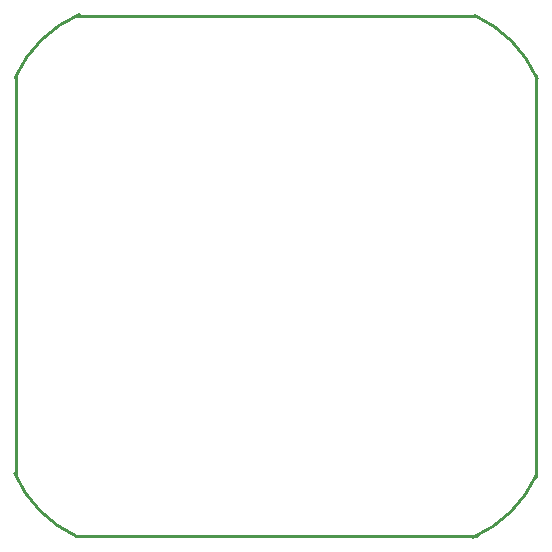
<source format=gko>
G04 Layer: BoardOutlineLayer*
G04 EasyEDA v6.5.42, 2024-06-19 17:53:58*
G04 0aa094f9eb354ad99160228faad6b286,7c1e8d740ba24e6f83eb2d53d3341807,10*
G04 Gerber Generator version 0.2*
G04 Scale: 100 percent, Rotated: No, Reflected: No *
G04 Dimensions in millimeters *
G04 leading zeros omitted , absolute positions ,4 integer and 5 decimal *
%FSLAX45Y45*%
%MOMM*%

%ADD10C,0.2540*%
D10*
X2200000Y1699999D02*
G01*
X2200000Y-1699999D01*
X1699999Y-2200000D02*
G01*
X-1699999Y-2200000D01*
X-1699999Y2200003D02*
G01*
X1699999Y2200003D01*
X-2200000Y-1699999D02*
G01*
X-2200000Y1699999D01*
G75*
G01*
X-2207209Y1681564D02*
G02*
X-1665968Y2214090I957211J-431564D01*
G75*
G01*
X-1684967Y-2205670D02*
G02*
X-2212035Y-1670703I434966J955670D01*
G75*
G01*
X1681561Y2207212D02*
G02*
X2211438Y1672064I-431560J-957213D01*
G75*
G01*
X2207209Y-1681564D02*
G02*
X1670243Y-2212233I-957211J431565D01*

%LPD*%
M02*

</source>
